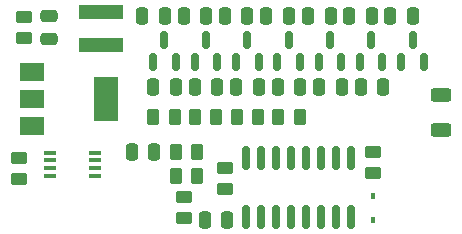
<source format=gbr>
%TF.GenerationSoftware,KiCad,Pcbnew,8.99.0-unknown-2123e2ca9c~177~ubuntu22.04.1*%
%TF.CreationDate,2024-04-04T17:44:23+09:00*%
%TF.ProjectId,SafePulse,53616665-5075-46c7-9365-2e6b69636164,V1.2.4*%
%TF.SameCoordinates,PX78d49e0PY49c7f08*%
%TF.FileFunction,Paste,Top*%
%TF.FilePolarity,Positive*%
%FSLAX46Y46*%
G04 Gerber Fmt 4.6, Leading zero omitted, Abs format (unit mm)*
G04 Created by KiCad (PCBNEW 8.99.0-unknown-2123e2ca9c~177~ubuntu22.04.1) date 2024-04-04 17:44:23*
%MOMM*%
%LPD*%
G01*
G04 APERTURE LIST*
G04 Aperture macros list*
%AMRoundRect*
0 Rectangle with rounded corners*
0 $1 Rounding radius*
0 $2 $3 $4 $5 $6 $7 $8 $9 X,Y pos of 4 corners*
0 Add a 4 corners polygon primitive as box body*
4,1,4,$2,$3,$4,$5,$6,$7,$8,$9,$2,$3,0*
0 Add four circle primitives for the rounded corners*
1,1,$1+$1,$2,$3*
1,1,$1+$1,$4,$5*
1,1,$1+$1,$6,$7*
1,1,$1+$1,$8,$9*
0 Add four rect primitives between the rounded corners*
20,1,$1+$1,$2,$3,$4,$5,0*
20,1,$1+$1,$4,$5,$6,$7,0*
20,1,$1+$1,$6,$7,$8,$9,0*
20,1,$1+$1,$8,$9,$2,$3,0*%
G04 Aperture macros list end*
%ADD10RoundRect,0.250000X-0.250000X-0.475000X0.250000X-0.475000X0.250000X0.475000X-0.250000X0.475000X0*%
%ADD11RoundRect,0.250000X0.450000X-0.262500X0.450000X0.262500X-0.450000X0.262500X-0.450000X-0.262500X0*%
%ADD12RoundRect,0.150000X0.150000X-0.587500X0.150000X0.587500X-0.150000X0.587500X-0.150000X-0.587500X0*%
%ADD13RoundRect,0.250000X-0.450000X0.262500X-0.450000X-0.262500X0.450000X-0.262500X0.450000X0.262500X0*%
%ADD14RoundRect,0.250000X0.262500X0.450000X-0.262500X0.450000X-0.262500X-0.450000X0.262500X-0.450000X0*%
%ADD15RoundRect,0.250000X-0.475000X0.250000X-0.475000X-0.250000X0.475000X-0.250000X0.475000X0.250000X0*%
%ADD16RoundRect,0.250000X-0.625000X0.312500X-0.625000X-0.312500X0.625000X-0.312500X0.625000X0.312500X0*%
%ADD17R,3.700000X1.200000*%
%ADD18RoundRect,0.250000X-0.262500X-0.450000X0.262500X-0.450000X0.262500X0.450000X-0.262500X0.450000X0*%
%ADD19RoundRect,0.150000X0.150000X-0.825000X0.150000X0.825000X-0.150000X0.825000X-0.150000X-0.825000X0*%
%ADD20R,2.000000X1.500000*%
%ADD21R,2.000000X3.800000*%
%ADD22R,0.450000X0.600000*%
%ADD23RoundRect,0.250000X0.250000X0.475000X-0.250000X0.475000X-0.250000X-0.475000X0.250000X-0.475000X0*%
%ADD24R,1.075000X0.450000*%
G04 APERTURE END LIST*
D10*
%TO.C,C11*%
X19268666Y12315000D03*
X21168666Y12315000D03*
%TD*%
D11*
%TO.C,F1*%
X900000Y4537500D03*
X900000Y6362500D03*
%TD*%
D10*
%TO.C,C9*%
X15748333Y12315000D03*
X17648333Y12315000D03*
%TD*%
D12*
%TO.C,D8*%
X29750000Y14427500D03*
X31650000Y14427500D03*
X30700000Y16302500D03*
%TD*%
%TO.C,D4*%
X15750000Y14427500D03*
X17650000Y14427500D03*
X16700000Y16302500D03*
%TD*%
D10*
%TO.C,C12*%
X21830000Y18365000D03*
X23730000Y18365000D03*
%TD*%
%TO.C,C13*%
X22788999Y12315000D03*
X24688999Y12315000D03*
%TD*%
D13*
%TO.C,R17*%
X30820000Y6845000D03*
X30820000Y5020000D03*
%TD*%
D10*
%TO.C,C10*%
X18320000Y18355000D03*
X20220000Y18355000D03*
%TD*%
D12*
%TO.C,D3*%
X12228000Y14451500D03*
X14128000Y14451500D03*
X13178000Y16326500D03*
%TD*%
D14*
%TO.C,R8*%
X21124498Y9845000D03*
X19299498Y9845000D03*
%TD*%
D11*
%TO.C,FB2*%
X1320000Y16452500D03*
X1320000Y18277500D03*
%TD*%
D14*
%TO.C,R7*%
X24651499Y9845000D03*
X22826499Y9845000D03*
%TD*%
D13*
%TO.C,R6*%
X18320000Y5507500D03*
X18320000Y3682500D03*
%TD*%
D10*
%TO.C,C15*%
X26309332Y12315000D03*
X28209332Y12315000D03*
%TD*%
D12*
%TO.C,D6*%
X22750000Y14427500D03*
X24650000Y14427500D03*
X23700000Y16302500D03*
%TD*%
%TO.C,D7*%
X26250000Y14427500D03*
X28150000Y14427500D03*
X27200000Y16302500D03*
%TD*%
D10*
%TO.C,C6*%
X11330000Y18375000D03*
X13230000Y18375000D03*
%TD*%
D15*
%TO.C,C5*%
X3400000Y18315000D03*
X3400000Y16415000D03*
%TD*%
D16*
%TO.C,R1*%
X36598000Y11644500D03*
X36598000Y8719500D03*
%TD*%
D10*
%TO.C,C17*%
X29829665Y12315000D03*
X31729665Y12315000D03*
%TD*%
D14*
%TO.C,R18*%
X15982500Y4845000D03*
X14157500Y4845000D03*
%TD*%
D10*
%TO.C,C7*%
X12228000Y12315000D03*
X14128000Y12315000D03*
%TD*%
%TO.C,C14*%
X25360000Y18355000D03*
X27260000Y18355000D03*
%TD*%
D17*
%TO.C,L1*%
X7800000Y18665000D03*
X7800000Y15865000D03*
%TD*%
D11*
%TO.C,R11*%
X14850000Y1237500D03*
X14850000Y3062500D03*
%TD*%
D18*
%TO.C,R10*%
X12245500Y9845000D03*
X14070500Y9845000D03*
%TD*%
D10*
%TO.C,C18*%
X32320000Y18365000D03*
X34220000Y18365000D03*
%TD*%
D14*
%TO.C,R9*%
X17597499Y9845000D03*
X15772499Y9845000D03*
%TD*%
%TO.C,R13*%
X15982500Y6845000D03*
X14157500Y6845000D03*
%TD*%
D10*
%TO.C,C16*%
X28840000Y18365000D03*
X30740000Y18365000D03*
%TD*%
D19*
%TO.C,U4*%
X20125000Y1370000D03*
X21395000Y1370000D03*
X22665000Y1370000D03*
X23935000Y1370000D03*
X25205000Y1370000D03*
X26475000Y1370000D03*
X27745000Y1370000D03*
X29015000Y1370000D03*
X29015000Y6320000D03*
X27745000Y6320000D03*
X26475000Y6320000D03*
X25205000Y6320000D03*
X23935000Y6320000D03*
X22665000Y6320000D03*
X21395000Y6320000D03*
X20125000Y6320000D03*
%TD*%
D20*
%TO.C,Q1*%
X1976000Y13625000D03*
X1976000Y9025000D03*
D21*
X8276000Y11325000D03*
D20*
X1976000Y11325000D03*
%TD*%
D12*
%TO.C,D9*%
X33250000Y14427500D03*
X35150000Y14427500D03*
X34200000Y16302500D03*
%TD*%
D22*
%TO.C,D2*%
X30820000Y1045000D03*
X30820000Y3145000D03*
%TD*%
D23*
%TO.C,C19*%
X12320000Y6845000D03*
X10420000Y6845000D03*
%TD*%
D10*
%TO.C,C8*%
X14830000Y18375000D03*
X16730000Y18375000D03*
%TD*%
D12*
%TO.C,D5*%
X19268666Y14427500D03*
X21168666Y14427500D03*
X20218666Y16302500D03*
%TD*%
D24*
%TO.C,IC1*%
X7338000Y4825000D03*
X7338000Y5475000D03*
X7338000Y6125000D03*
X7338000Y6775000D03*
X3462000Y6775000D03*
X3462000Y6125000D03*
X3462000Y5475000D03*
X3462000Y4825000D03*
%TD*%
D10*
%TO.C,C3*%
X16620000Y1095000D03*
X18520000Y1095000D03*
%TD*%
M02*

</source>
